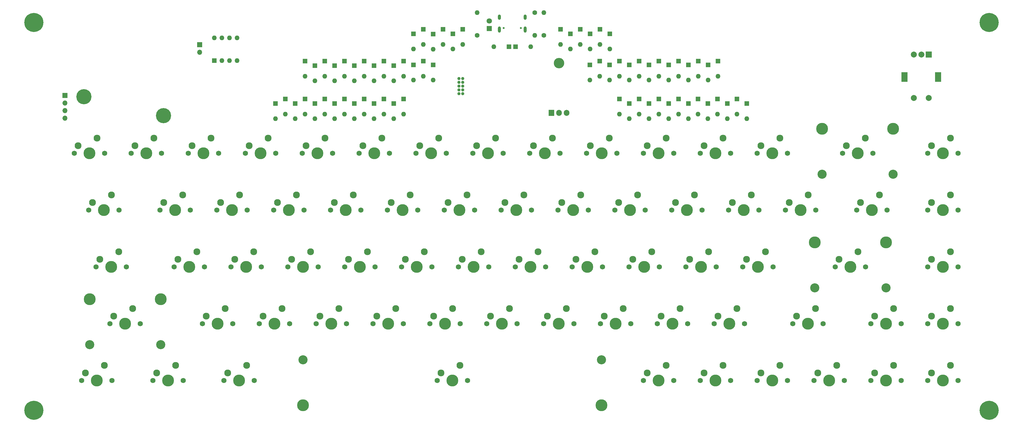
<source format=gbs>
G04 #@! TF.GenerationSoftware,KiCad,Pcbnew,7.0.5*
G04 #@! TF.CreationDate,2024-08-24T17:49:56+10:00*
G04 #@! TF.ProjectId,keyboard,6b657962-6f61-4726-942e-6b696361645f,rev?*
G04 #@! TF.SameCoordinates,Original*
G04 #@! TF.FileFunction,Soldermask,Bot*
G04 #@! TF.FilePolarity,Negative*
%FSLAX46Y46*%
G04 Gerber Fmt 4.6, Leading zero omitted, Abs format (unit mm)*
G04 Created by KiCad (PCBNEW 7.0.5) date 2024-08-24 17:49:56*
%MOMM*%
%LPD*%
G01*
G04 APERTURE LIST*
%ADD10C,0.650000*%
%ADD11O,1.000000X1.800000*%
%ADD12O,1.000000X2.100000*%
%ADD13R,1.600000X1.600000*%
%ADD14O,1.600000X1.600000*%
%ADD15C,1.750000*%
%ADD16C,3.987800*%
%ADD17C,2.300000*%
%ADD18O,3.500000X3.500000*%
%ADD19R,1.905000X2.000000*%
%ADD20O,1.905000X2.000000*%
%ADD21C,6.400000*%
%ADD22C,1.070000*%
%ADD23C,3.048000*%
%ADD24R,1.800000X1.800000*%
%ADD25C,1.800000*%
%ADD26C,1.600000*%
%ADD27R,1.700000X1.700000*%
%ADD28O,1.700000X1.700000*%
%ADD29C,5.080000*%
%ADD30R,2.000000X2.000000*%
%ADD31C,2.000000*%
%ADD32R,2.000000X3.200000*%
G04 APERTURE END LIST*
D10*
X218172466Y-63859534D03*
X212392466Y-63859534D03*
D11*
X219602466Y-60179534D03*
D12*
X219602466Y-64379534D03*
X210962466Y-64379534D03*
D11*
X210962466Y-60179534D03*
D13*
X280754668Y-89122500D03*
D14*
X280754668Y-94202500D03*
D13*
X149098000Y-89154000D03*
D14*
X149098000Y-94234000D03*
D13*
X182118000Y-65817500D03*
D14*
X182118000Y-70897500D03*
D13*
X162306000Y-76454000D03*
D14*
X162306000Y-81534000D03*
D13*
X264329336Y-74898500D03*
D14*
X264329336Y-79978500D03*
D15*
X325883750Y-105850000D03*
D16*
X330963750Y-105850000D03*
D15*
X336043750Y-105850000D03*
D17*
X327153750Y-103310000D03*
X333503750Y-100770000D03*
D15*
X354427000Y-143950000D03*
D16*
X359507000Y-143950000D03*
D15*
X364587000Y-143950000D03*
D17*
X355697000Y-141410000D03*
X362047000Y-138870000D03*
D13*
X175514000Y-76454000D03*
D14*
X175514000Y-81534000D03*
D15*
X316327000Y-182077050D03*
D16*
X321407000Y-182077050D03*
D15*
X326487000Y-182077050D03*
D17*
X317597000Y-179537050D03*
X323947000Y-176997050D03*
D18*
X230886000Y-75628000D03*
D19*
X228346000Y-92288000D03*
D20*
X230886000Y-92288000D03*
X233426000Y-92288000D03*
D13*
X244517336Y-74898500D03*
D14*
X244517336Y-79978500D03*
D13*
X168910000Y-89122500D03*
D14*
X168910000Y-94202500D03*
D13*
X234696000Y-65817500D03*
D14*
X234696000Y-70897500D03*
D15*
X116302000Y-124900000D03*
D16*
X121382000Y-124900000D03*
D15*
X126462000Y-124900000D03*
D17*
X117572000Y-122360000D03*
X123922000Y-119820000D03*
D13*
X284014334Y-87598500D03*
D14*
X284014334Y-92678500D03*
D13*
X293793336Y-89122500D03*
D14*
X293793336Y-94202500D03*
D15*
X121001000Y-143950000D03*
D16*
X126081000Y-143950000D03*
D15*
X131161000Y-143950000D03*
D17*
X122271000Y-141410000D03*
X128621000Y-138870000D03*
D15*
X125833000Y-105850000D03*
D16*
X130913000Y-105850000D03*
D15*
X135993000Y-105850000D03*
D17*
X127103000Y-103310000D03*
X133453000Y-100770000D03*
D15*
X354427000Y-163000000D03*
D16*
X359507000Y-163000000D03*
D15*
X364587000Y-163000000D03*
D17*
X355697000Y-160460000D03*
X362047000Y-157920000D03*
D15*
X235301000Y-143950000D03*
D16*
X240381000Y-143950000D03*
D15*
X245461000Y-143950000D03*
D17*
X236571000Y-141410000D03*
X242921000Y-138870000D03*
D13*
X267631336Y-76200000D03*
D14*
X267631336Y-81280000D03*
D15*
X221083000Y-105850000D03*
D16*
X226163000Y-105850000D03*
D15*
X231243000Y-105850000D03*
D17*
X222353000Y-103310000D03*
X228703000Y-100770000D03*
D15*
X118617000Y-182077050D03*
D16*
X123697000Y-182077050D03*
D15*
X128777000Y-182077050D03*
D17*
X119887000Y-179537050D03*
X126237000Y-176997050D03*
D15*
X178151000Y-143950000D03*
D16*
X183231000Y-143950000D03*
D15*
X188311000Y-143950000D03*
D17*
X179421000Y-141410000D03*
X185771000Y-138870000D03*
D15*
X263876000Y-163000000D03*
D16*
X268956000Y-163000000D03*
D15*
X274036000Y-163000000D03*
D17*
X265146000Y-160460000D03*
X271496000Y-157920000D03*
D15*
X287752000Y-124900000D03*
D16*
X292832000Y-124900000D03*
D15*
X297912000Y-124900000D03*
D17*
X289022000Y-122360000D03*
X295372000Y-119820000D03*
D13*
X261027336Y-89122500D03*
D14*
X261027336Y-94202500D03*
D15*
X111476000Y-163000000D03*
D16*
X116556000Y-163000000D03*
D15*
X121636000Y-163000000D03*
D17*
X112746000Y-160460000D03*
X119096000Y-157920000D03*
D15*
X163933000Y-105850000D03*
D16*
X169013000Y-105850000D03*
D15*
X174093000Y-105850000D03*
D17*
X165203000Y-103310000D03*
X171553000Y-100770000D03*
D13*
X277537336Y-74898500D03*
D14*
X277537336Y-79978500D03*
D13*
X188722000Y-65849000D03*
D14*
X188722000Y-70929000D03*
D15*
X101951000Y-143950000D03*
D16*
X107031000Y-143950000D03*
D15*
X112111000Y-143950000D03*
D17*
X103221000Y-141410000D03*
X109571000Y-138870000D03*
D15*
X187676000Y-163000000D03*
D16*
X192756000Y-163000000D03*
D15*
X197836000Y-163000000D03*
D17*
X188946000Y-160460000D03*
X195296000Y-157920000D03*
D13*
X274235336Y-76200000D03*
D14*
X274235336Y-81280000D03*
D13*
X270933336Y-87598500D03*
D14*
X270933336Y-92678500D03*
D13*
X115450000Y-74800000D03*
D14*
X117990000Y-74800000D03*
X120530000Y-74800000D03*
X123070000Y-74800000D03*
X123070000Y-67180000D03*
X120530000Y-67180000D03*
X117990000Y-67180000D03*
X115450000Y-67180000D03*
D21*
X375000000Y-62000000D03*
D15*
X211552000Y-124900000D03*
D16*
X216632000Y-124900000D03*
D15*
X221712000Y-124900000D03*
D17*
X212822000Y-122360000D03*
X219172000Y-119820000D03*
D13*
X159004000Y-87598500D03*
D14*
X159004000Y-92678500D03*
D13*
X162306000Y-89154000D03*
D14*
X162306000Y-94234000D03*
D15*
X278227000Y-182077050D03*
D16*
X283307000Y-182077050D03*
D15*
X288387000Y-182077050D03*
D17*
X279497000Y-179537050D03*
X285847000Y-176997050D03*
D15*
X278233000Y-105850000D03*
D16*
X283313000Y-105850000D03*
D15*
X288393000Y-105850000D03*
D17*
X279503000Y-103310000D03*
X285853000Y-100770000D03*
D13*
X237998000Y-64262000D03*
D14*
X237998000Y-69342000D03*
D15*
X75789000Y-143950000D03*
D16*
X80869000Y-143950000D03*
D15*
X85949000Y-143950000D03*
D17*
X77059000Y-141410000D03*
X83409000Y-138870000D03*
D15*
X140051000Y-143950000D03*
D16*
X145131000Y-143950000D03*
D15*
X150211000Y-143950000D03*
D17*
X141321000Y-141410000D03*
X147671000Y-138870000D03*
D15*
X254351000Y-143950000D03*
D16*
X259431000Y-143950000D03*
D15*
X264511000Y-143950000D03*
D17*
X255621000Y-141410000D03*
X261971000Y-138870000D03*
D15*
X149576000Y-163000000D03*
D16*
X154656000Y-163000000D03*
D15*
X159736000Y-163000000D03*
D17*
X150846000Y-160460000D03*
X157196000Y-157920000D03*
D13*
X244602000Y-64262000D03*
D14*
X244602000Y-69342000D03*
D13*
X257725336Y-87598500D03*
D14*
X257725336Y-92678500D03*
D13*
X274235336Y-89122500D03*
D14*
X274235336Y-94202500D03*
D15*
X335383000Y-163000000D03*
D16*
X340463000Y-163000000D03*
D15*
X345543000Y-163000000D03*
D17*
X336653000Y-160460000D03*
X343003000Y-157920000D03*
D15*
X335377000Y-182077050D03*
D16*
X340457000Y-182077050D03*
D15*
X345537000Y-182077050D03*
D17*
X336647000Y-179537050D03*
X342997000Y-176997050D03*
D13*
X261027336Y-76200000D03*
D14*
X261027336Y-81280000D03*
D13*
X142494000Y-89154000D03*
D14*
X142494000Y-94234000D03*
D15*
X282920000Y-163000000D03*
D16*
X288000000Y-163000000D03*
D15*
X293080000Y-163000000D03*
D17*
X284190000Y-160460000D03*
X290540000Y-157920000D03*
D13*
X139192000Y-87598500D03*
D14*
X139192000Y-92678500D03*
D22*
X198628000Y-85852000D03*
X197358000Y-85852000D03*
X198628000Y-84582000D03*
X197358000Y-84582000D03*
X198628000Y-83312000D03*
X197358000Y-83312000D03*
X198628000Y-82042000D03*
X197358000Y-82042000D03*
X198628000Y-80772000D03*
X197358000Y-80772000D03*
D13*
X284141336Y-74898500D03*
D14*
X284141336Y-79978500D03*
D15*
X354427000Y-182077050D03*
D16*
X359507000Y-182077050D03*
D15*
X364587000Y-182077050D03*
D17*
X355697000Y-179537050D03*
X362047000Y-176997050D03*
D15*
X249652000Y-124900000D03*
D16*
X254732000Y-124900000D03*
D15*
X259812000Y-124900000D03*
D17*
X250922000Y-122360000D03*
X257272000Y-119820000D03*
D13*
X287274000Y-89122500D03*
D14*
X287274000Y-94202500D03*
D15*
X268702000Y-124900000D03*
D16*
X273782000Y-124900000D03*
D15*
X278862000Y-124900000D03*
D17*
X269972000Y-122360000D03*
X276322000Y-119820000D03*
D15*
X297283000Y-105850000D03*
D16*
X302363000Y-105850000D03*
D15*
X307443000Y-105850000D03*
D17*
X298553000Y-103310000D03*
X304903000Y-100770000D03*
D13*
X277495002Y-87598500D03*
D14*
X277495002Y-92678500D03*
D13*
X254423336Y-76200000D03*
D14*
X254423336Y-81280000D03*
D13*
X145796000Y-74898500D03*
D14*
X145796000Y-79978500D03*
D23*
X145170750Y-175092050D03*
D16*
X145170750Y-190332050D03*
D23*
X245183250Y-175092050D03*
D16*
X245183250Y-190332050D03*
D13*
X135890000Y-89154000D03*
D14*
X135890000Y-94234000D03*
D15*
X106736000Y-105850000D03*
D16*
X111816000Y-105850000D03*
D15*
X116896000Y-105850000D03*
D17*
X108006000Y-103310000D03*
X114356000Y-100770000D03*
D13*
X172212000Y-74930000D03*
D14*
X172212000Y-80010000D03*
D13*
X185420000Y-74898500D03*
D14*
X185420000Y-79978500D03*
D13*
X270933336Y-74898500D03*
D14*
X270933336Y-79978500D03*
D24*
X207518000Y-64008000D03*
D25*
X207518000Y-61468000D03*
D13*
X192024000Y-64262000D03*
D14*
X192024000Y-69342000D03*
D21*
X55000000Y-192000000D03*
D15*
X244826000Y-163000000D03*
D16*
X249906000Y-163000000D03*
D15*
X254986000Y-163000000D03*
D17*
X246096000Y-160460000D03*
X252446000Y-157920000D03*
D15*
X173405000Y-124900000D03*
D16*
X178485000Y-124900000D03*
D15*
X183565000Y-124900000D03*
D17*
X174675000Y-122360000D03*
X181025000Y-119820000D03*
D15*
X273401000Y-143950000D03*
D16*
X278481000Y-143950000D03*
D15*
X283561000Y-143950000D03*
D17*
X274671000Y-141410000D03*
X281021000Y-138870000D03*
D26*
X203454000Y-66294000D03*
D14*
X203454000Y-58674000D03*
D13*
X155702000Y-76454000D03*
D14*
X155702000Y-81534000D03*
D15*
X206726000Y-163000000D03*
D16*
X211806000Y-163000000D03*
D15*
X216886000Y-163000000D03*
D17*
X207996000Y-160460000D03*
X214346000Y-157920000D03*
D15*
X354427000Y-124900000D03*
D16*
X359507000Y-124900000D03*
D15*
X364587000Y-124900000D03*
D17*
X355697000Y-122360000D03*
X362047000Y-119820000D03*
D27*
X65373000Y-86455000D03*
D28*
X65373000Y-88995000D03*
X65373000Y-91535000D03*
X65373000Y-94075000D03*
D29*
X71723000Y-86836000D03*
X98393000Y-93186000D03*
D15*
X306808000Y-124900000D03*
D16*
X311888000Y-124900000D03*
D15*
X316968000Y-124900000D03*
D17*
X308078000Y-122360000D03*
X314428000Y-119820000D03*
D15*
X190097000Y-182077050D03*
D16*
X195177000Y-182077050D03*
D15*
X200257000Y-182077050D03*
D17*
X191367000Y-179537050D03*
X197717000Y-176997050D03*
D15*
X259177000Y-182077050D03*
D16*
X264257000Y-182077050D03*
D15*
X269337000Y-182077050D03*
D17*
X260447000Y-179537050D03*
X266797000Y-176997050D03*
D15*
X192502000Y-124900000D03*
D16*
X197582000Y-124900000D03*
D15*
X202662000Y-124900000D03*
D17*
X193772000Y-122360000D03*
X200122000Y-119820000D03*
D15*
X240133000Y-105850000D03*
D16*
X245213000Y-105850000D03*
D15*
X250293000Y-105850000D03*
D17*
X241403000Y-103310000D03*
X247753000Y-100770000D03*
D30*
X354798000Y-72760000D03*
D31*
X349798000Y-72760000D03*
X352298000Y-72760000D03*
D32*
X357898000Y-80260000D03*
X346698000Y-80260000D03*
D31*
X349798000Y-87260000D03*
X354798000Y-87260000D03*
D13*
X257725336Y-74898500D03*
D14*
X257725336Y-79978500D03*
D15*
X323470750Y-143950000D03*
D16*
X328550750Y-143950000D03*
D15*
X333630750Y-143950000D03*
D17*
X324740750Y-141410000D03*
X331090750Y-138870000D03*
D13*
X247819336Y-76200000D03*
D14*
X247819336Y-81280000D03*
D21*
X55000000Y-62000000D03*
D23*
X340457000Y-150935000D03*
D16*
X340457000Y-135695000D03*
D23*
X316644500Y-150935000D03*
D16*
X316644500Y-135695000D03*
D15*
X94845000Y-182077050D03*
D16*
X99925000Y-182077050D03*
D15*
X105005000Y-182077050D03*
D17*
X96115000Y-179537050D03*
X102465000Y-176997050D03*
D23*
X97506000Y-169985000D03*
D16*
X97506000Y-154745000D03*
D23*
X73693500Y-169985000D03*
D16*
X73693500Y-154745000D03*
D15*
X309221000Y-163000000D03*
D16*
X314301000Y-163000000D03*
D15*
X319381000Y-163000000D03*
D17*
X310491000Y-160460000D03*
X316841000Y-157920000D03*
D13*
X251121336Y-74898500D03*
D14*
X251121336Y-79978500D03*
D13*
X231394000Y-64262000D03*
D14*
X231394000Y-69342000D03*
D15*
X135352000Y-124900000D03*
D16*
X140432000Y-124900000D03*
D15*
X145512000Y-124900000D03*
D17*
X136622000Y-122360000D03*
X142972000Y-119820000D03*
D15*
X97252000Y-124900000D03*
D16*
X102332000Y-124900000D03*
D15*
X107412000Y-124900000D03*
D17*
X98522000Y-122360000D03*
X104872000Y-119820000D03*
D13*
X241300000Y-65817500D03*
D14*
X241300000Y-70897500D03*
D26*
X225806000Y-66294000D03*
D14*
X225806000Y-58674000D03*
D15*
X216251000Y-143950000D03*
D16*
X221331000Y-143950000D03*
D15*
X226411000Y-143950000D03*
D17*
X217521000Y-141410000D03*
X223871000Y-138870000D03*
D15*
X292451000Y-143950000D03*
D16*
X297531000Y-143950000D03*
D15*
X302611000Y-143950000D03*
D17*
X293721000Y-141410000D03*
X300071000Y-138870000D03*
D15*
X202033000Y-105850000D03*
D16*
X207113000Y-105850000D03*
D15*
X212193000Y-105850000D03*
D17*
X203303000Y-103310000D03*
X209653000Y-100770000D03*
D15*
X80488000Y-163000000D03*
D16*
X85568000Y-163000000D03*
D15*
X90648000Y-163000000D03*
D17*
X81758000Y-160460000D03*
X88108000Y-157920000D03*
D15*
X159101000Y-143950000D03*
D16*
X164181000Y-143950000D03*
D15*
X169261000Y-143950000D03*
D17*
X160371000Y-141410000D03*
X166721000Y-138870000D03*
D13*
X290533666Y-87598500D03*
D14*
X290533666Y-92678500D03*
D15*
X182983000Y-105850000D03*
D16*
X188063000Y-105850000D03*
D15*
X193143000Y-105850000D03*
D17*
X184253000Y-103310000D03*
X190603000Y-100770000D03*
D15*
X87606000Y-105850000D03*
D16*
X92686000Y-105850000D03*
D15*
X97766000Y-105850000D03*
D17*
X88876000Y-103310000D03*
X95226000Y-100770000D03*
D15*
X197201000Y-143950000D03*
D16*
X202281000Y-143950000D03*
D15*
X207361000Y-143950000D03*
D17*
X198471000Y-141410000D03*
X204821000Y-138870000D03*
D13*
X214153500Y-70104000D03*
D14*
X209073500Y-70104000D03*
D21*
X375000000Y-192000000D03*
D13*
X178816000Y-74930000D03*
D14*
X178816000Y-80010000D03*
D23*
X342870000Y-112835000D03*
D16*
X342870000Y-97595000D03*
D23*
X319057500Y-112835000D03*
D16*
X319057500Y-97595000D03*
D15*
X73376000Y-124900000D03*
D16*
X78456000Y-124900000D03*
D15*
X83536000Y-124900000D03*
D17*
X74646000Y-122360000D03*
X80996000Y-119820000D03*
D13*
X216376500Y-70104000D03*
D14*
X221456500Y-70104000D03*
D15*
X130520000Y-163000000D03*
D16*
X135600000Y-163000000D03*
D15*
X140680000Y-163000000D03*
D17*
X131790000Y-160460000D03*
X138140000Y-157920000D03*
D13*
X185420000Y-64262000D03*
D14*
X185420000Y-69342000D03*
D15*
X68556000Y-105850000D03*
D16*
X73636000Y-105850000D03*
D15*
X78716000Y-105850000D03*
D17*
X69826000Y-103310000D03*
X76176000Y-100770000D03*
D15*
X70969000Y-182077050D03*
D16*
X76049000Y-182077050D03*
D15*
X81129000Y-182077050D03*
D17*
X72239000Y-179537050D03*
X78589000Y-176997050D03*
D13*
X159004000Y-74930000D03*
D14*
X159004000Y-80010000D03*
D13*
X195326000Y-65817500D03*
D14*
X195326000Y-70897500D03*
D13*
X168910000Y-76454000D03*
D14*
X168910000Y-81534000D03*
D27*
X110500000Y-69460000D03*
D28*
X110500000Y-72000000D03*
D13*
X165608000Y-87598500D03*
D14*
X165608000Y-92678500D03*
D13*
X247904000Y-65817500D03*
D14*
X247904000Y-70897500D03*
D26*
X222758000Y-58674000D03*
D14*
X222758000Y-66294000D03*
D15*
X297277000Y-182077050D03*
D16*
X302357000Y-182077050D03*
D15*
X307437000Y-182077050D03*
D17*
X298547000Y-179537050D03*
X304897000Y-176997050D03*
D13*
X254423336Y-89122500D03*
D14*
X254423336Y-94202500D03*
D13*
X155702000Y-89154000D03*
D14*
X155702000Y-94234000D03*
D15*
X144883000Y-105850000D03*
D16*
X149963000Y-105850000D03*
D15*
X155043000Y-105850000D03*
D17*
X146153000Y-103310000D03*
X152503000Y-100770000D03*
D13*
X264329336Y-87598500D03*
D14*
X264329336Y-92678500D03*
D15*
X154402000Y-124900000D03*
D16*
X159482000Y-124900000D03*
D15*
X164562000Y-124900000D03*
D17*
X155672000Y-122360000D03*
X162022000Y-119820000D03*
D15*
X330672000Y-124900000D03*
D16*
X335752000Y-124900000D03*
D15*
X340832000Y-124900000D03*
D17*
X331942000Y-122360000D03*
X338292000Y-119820000D03*
D13*
X267631336Y-89122500D03*
D14*
X267631336Y-94202500D03*
D15*
X354427000Y-105850000D03*
D16*
X359507000Y-105850000D03*
D15*
X364587000Y-105850000D03*
D17*
X355697000Y-103310000D03*
X362047000Y-100770000D03*
D15*
X225776000Y-163000000D03*
D16*
X230856000Y-163000000D03*
D15*
X235936000Y-163000000D03*
D17*
X227046000Y-160460000D03*
X233396000Y-157920000D03*
D13*
X145796000Y-87598500D03*
D14*
X145796000Y-92678500D03*
D13*
X165608000Y-74930000D03*
D14*
X165608000Y-80010000D03*
D15*
X259183000Y-105850000D03*
D16*
X264263000Y-105850000D03*
D15*
X269343000Y-105850000D03*
D17*
X260453000Y-103310000D03*
X266803000Y-100770000D03*
D13*
X188722000Y-76200000D03*
D14*
X188722000Y-81280000D03*
D15*
X230602000Y-124900000D03*
D16*
X235682000Y-124900000D03*
D15*
X240762000Y-124900000D03*
D17*
X231872000Y-122360000D03*
X238222000Y-119820000D03*
D13*
X175514000Y-89122500D03*
D14*
X175514000Y-94202500D03*
D13*
X149098000Y-76422500D03*
D14*
X149098000Y-81502500D03*
D13*
X251121336Y-87598500D03*
D14*
X251121336Y-92678500D03*
D13*
X241215336Y-76200000D03*
D14*
X241215336Y-81280000D03*
D15*
X168626000Y-163000000D03*
D16*
X173706000Y-163000000D03*
D15*
X178786000Y-163000000D03*
D17*
X169896000Y-160460000D03*
X176246000Y-157920000D03*
D13*
X152400000Y-87598500D03*
D14*
X152400000Y-92678500D03*
D13*
X182118000Y-76200000D03*
D14*
X182118000Y-81280000D03*
D13*
X280839336Y-76200000D03*
D14*
X280839336Y-81280000D03*
D13*
X152400000Y-74898500D03*
D14*
X152400000Y-79978500D03*
D13*
X198628000Y-64262000D03*
D14*
X198628000Y-69342000D03*
D13*
X178816000Y-87598500D03*
D14*
X178816000Y-92678500D03*
D13*
X172212000Y-87598500D03*
D14*
X172212000Y-92678500D03*
M02*

</source>
